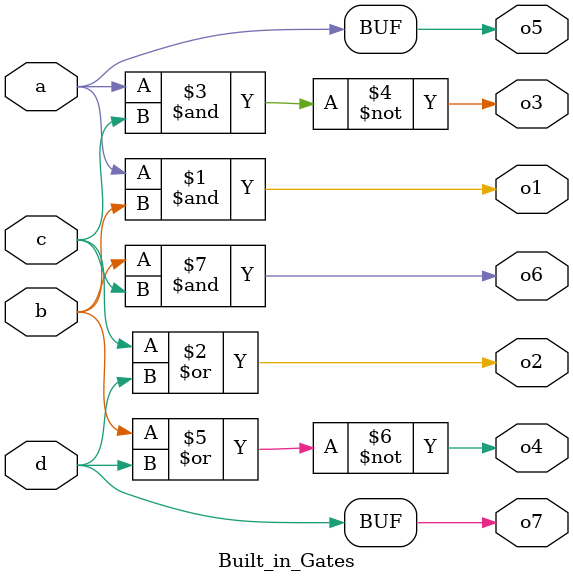
<source format=v>
`timescale 1ns/1ps
module Built_in_Gates(
		input a,b,c,d,
		output o1,o2,o3,o4,o5,o6,o7
	);

	//Without Delay
	and AND1(o1 , a , b);
	or OR1(o2 , c , d);
	nand NAND1(o3 , a , c);
	nor NOR1(o4 , b , d);
	buf BUF1(o5 , a);

	//With Delay
	and #1 AND2(o6 , b , c );
	buf #1 BUF2(o7 , d);
endmodule



</source>
